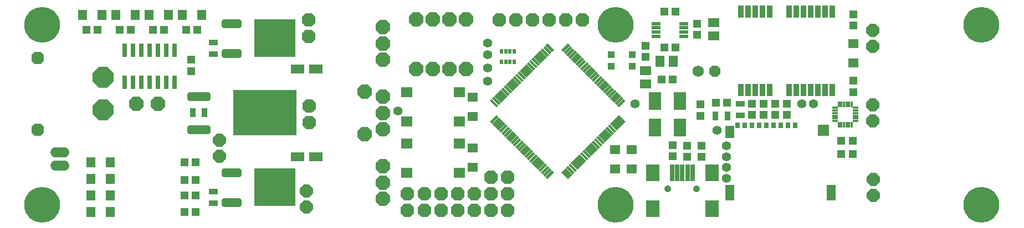
<source format=gbr>
G04 EAGLE Gerber RS-274X export*
G75*
%MOMM*%
%FSLAX34Y34*%
%LPD*%
%INSoldermask Top*%
%IPPOS*%
%AMOC8*
5,1,8,0,0,1.08239X$1,22.5*%
G01*
%ADD10P,2.226909X8X22.500000*%
%ADD11R,1.752400X1.552400*%
%ADD12P,2.364373X8X112.500000*%
%ADD13P,2.364373X8X202.500000*%
%ADD14R,2.152400X1.352400*%
%ADD15R,1.232400X1.202400*%
%ADD16R,1.752400X1.452400*%
%ADD17R,1.452400X1.752400*%
%ADD18R,1.202400X1.232400*%
%ADD19C,0.768544*%
%ADD20R,6.252400X5.782400*%
%ADD21R,1.352400X1.552400*%
%ADD22R,1.552400X1.352400*%
%ADD23R,1.052400X1.102400*%
%ADD24P,2.226909X8X202.500000*%
%ADD25P,2.226909X8X112.500000*%
%ADD26C,5.486400*%
%ADD27P,2.226909X8X292.500000*%
%ADD28P,2.199416X8X292.500000*%
%ADD29P,2.364373X8X292.500000*%
%ADD30P,3.464081X8X202.500000*%
%ADD31P,3.464081X8X112.500000*%
%ADD32P,2.089446X8X112.500000*%
%ADD33C,1.549400*%
%ADD34R,1.930400X2.692400*%
%ADD35R,1.152400X1.252400*%
%ADD36R,1.252400X1.152400*%
%ADD37C,1.422400*%
%ADD38R,1.422400X0.444500*%
%ADD39R,0.652400X0.902400*%
%ADD40R,1.352400X1.952400*%
%ADD41R,1.352400X2.352400*%
%ADD42R,1.752400X1.652400*%
%ADD43R,0.710400X2.122400*%
%ADD44R,1.454900X0.584200*%
%ADD45R,0.652400X2.652400*%
%ADD46R,2.152400X2.652400*%
%ADD47C,1.052400*%
%ADD48R,1.352400X0.952400*%
%ADD49R,0.952400X1.352400*%
%ADD50P,1.896997X8X22.500000*%
%ADD51C,1.752600*%
%ADD52P,2.199416X8X112.500000*%
%ADD53C,0.768094*%
%ADD54R,9.752400X6.952400*%
%ADD55R,0.350519X0.812800*%
%ADD56R,0.812800X0.350519*%
%ADD57R,0.502400X0.652400*%
%ADD58R,0.952400X1.952400*%


D10*
X445770Y187960D03*
X445770Y162560D03*
X444805Y320294D03*
X444805Y294894D03*
X723900Y78740D03*
X723900Y53340D03*
X723900Y27940D03*
D11*
X595000Y130450D03*
X595000Y85450D03*
X675000Y85450D03*
X675000Y130450D03*
D12*
X530860Y145300D03*
X530860Y210300D03*
D13*
X181610Y191770D03*
X214630Y191770D03*
D14*
X455960Y110490D03*
X427960Y110490D03*
D15*
X265430Y258940D03*
X265430Y241440D03*
X1043940Y190360D03*
X1043940Y172860D03*
D16*
X960120Y242410D03*
X960120Y222410D03*
D17*
X1001870Y256540D03*
X981870Y256540D03*
D16*
X1064260Y296070D03*
X1064260Y316070D03*
D18*
X988200Y332740D03*
X1005700Y332740D03*
X1084440Y193040D03*
X1066940Y193040D03*
D14*
X455960Y245110D03*
X427960Y245110D03*
D19*
X337970Y83380D02*
X315830Y83380D01*
X315830Y89420D01*
X337970Y89420D01*
X337970Y83380D01*
X337970Y37580D02*
X315830Y37580D01*
X315830Y43620D01*
X337970Y43620D01*
X337970Y37580D01*
D20*
X393400Y63500D03*
D21*
X142000Y25400D03*
X112000Y25400D03*
X150100Y327660D03*
X180100Y327660D03*
D22*
X938530Y91680D03*
X938530Y121680D03*
D21*
X200900Y327660D03*
X230900Y327660D03*
X251700Y327660D03*
X281700Y327660D03*
D23*
X939040Y266700D03*
X907540Y266700D03*
D21*
X142000Y76200D03*
X112000Y76200D03*
X142000Y50800D03*
X112000Y50800D03*
D22*
X913130Y91680D03*
X913130Y121680D03*
X695960Y94220D03*
X695960Y124220D03*
X695960Y171690D03*
X695960Y201690D03*
D21*
X99300Y327660D03*
X129300Y327660D03*
D24*
X595630Y27940D03*
X595630Y53340D03*
D25*
X622300Y53340D03*
X647700Y53340D03*
X673100Y53340D03*
X698500Y53340D03*
D26*
X1473200Y312420D03*
X1473200Y36830D03*
X38100Y36830D03*
D27*
X647700Y27940D03*
X622300Y27940D03*
D28*
X308610Y135890D03*
X308610Y110890D03*
D29*
X685800Y321310D03*
X685800Y245110D03*
X660400Y321310D03*
X660400Y245110D03*
X635000Y321310D03*
X635000Y245110D03*
X609600Y321310D03*
X609600Y245110D03*
D30*
X130810Y182010D03*
D31*
X130810Y232010D03*
D32*
X30810Y152010D03*
X30810Y262010D03*
D33*
X57785Y116840D02*
X71755Y116840D01*
X71755Y96840D02*
X57785Y96840D01*
D34*
X1012190Y195580D03*
X1012190Y154940D03*
X974090Y195580D03*
X974090Y154940D03*
D35*
X255660Y50800D03*
X272660Y50800D03*
X105800Y304800D03*
X122800Y304800D03*
D36*
X1000862Y110880D03*
X1000862Y127880D03*
X1023163Y110474D03*
X1023163Y127474D03*
D35*
X255660Y25400D03*
X272660Y25400D03*
X156600Y304800D03*
X173600Y304800D03*
X207400Y304800D03*
X224400Y304800D03*
X258200Y304800D03*
X275200Y304800D03*
D36*
X1158240Y174380D03*
X1158240Y191380D03*
X1140460Y174380D03*
X1140460Y191380D03*
X1122680Y174380D03*
X1122680Y191380D03*
X1176020Y174380D03*
X1176020Y191380D03*
D35*
X1001640Y228600D03*
X984640Y228600D03*
X1005450Y278130D03*
X988450Y278130D03*
D36*
X1038860Y314570D03*
X1038860Y297570D03*
X1045362Y109915D03*
X1045362Y126915D03*
X960120Y263280D03*
X960120Y280280D03*
D35*
X255660Y74930D03*
X272660Y74930D03*
D11*
X595000Y209190D03*
X595000Y164190D03*
X675000Y164190D03*
X675000Y209190D03*
D10*
X749300Y78740D03*
X749300Y53340D03*
X749300Y27940D03*
D12*
X558800Y259080D03*
X558800Y284081D03*
X558800Y309082D03*
X558800Y152400D03*
X558800Y177401D03*
X558800Y202402D03*
D25*
X736600Y320040D03*
X762000Y320040D03*
X787400Y320040D03*
X812800Y320040D03*
X838200Y320040D03*
X863600Y320040D03*
D37*
X718820Y284480D03*
X718820Y246380D03*
X1216660Y191770D03*
X1083310Y77470D03*
X1198880Y191770D03*
X1083310Y93980D03*
X1083310Y110490D03*
X1083310Y127000D03*
X1069340Y151130D03*
X943610Y191770D03*
D38*
G36*
X734873Y171423D02*
X724816Y161366D01*
X721673Y164509D01*
X731730Y174566D01*
X734873Y171423D01*
G37*
G36*
X738408Y167887D02*
X728351Y157830D01*
X725208Y160973D01*
X735265Y171030D01*
X738408Y167887D01*
G37*
G36*
X741944Y164352D02*
X731887Y154295D01*
X728744Y157438D01*
X738801Y167495D01*
X741944Y164352D01*
G37*
G36*
X745479Y160816D02*
X735422Y150759D01*
X732279Y153902D01*
X742336Y163959D01*
X745479Y160816D01*
G37*
G36*
X749015Y157280D02*
X738958Y147223D01*
X735815Y150366D01*
X745872Y160423D01*
X749015Y157280D01*
G37*
G36*
X752550Y153745D02*
X742493Y143688D01*
X739350Y146831D01*
X749407Y156888D01*
X752550Y153745D01*
G37*
G36*
X756086Y150209D02*
X746029Y140152D01*
X742886Y143295D01*
X752943Y153352D01*
X756086Y150209D01*
G37*
G36*
X759622Y146674D02*
X749565Y136617D01*
X746422Y139760D01*
X756479Y149817D01*
X759622Y146674D01*
G37*
G36*
X763157Y143138D02*
X753100Y133081D01*
X749957Y136224D01*
X760014Y146281D01*
X763157Y143138D01*
G37*
G36*
X766693Y139603D02*
X756636Y129546D01*
X753493Y132689D01*
X763550Y142746D01*
X766693Y139603D01*
G37*
G36*
X770228Y136067D02*
X760171Y126010D01*
X757028Y129153D01*
X767085Y139210D01*
X770228Y136067D01*
G37*
G36*
X773764Y132532D02*
X763707Y122475D01*
X760564Y125618D01*
X770621Y135675D01*
X773764Y132532D01*
G37*
G36*
X777299Y128996D02*
X767242Y118939D01*
X764099Y122082D01*
X774156Y132139D01*
X777299Y128996D01*
G37*
G36*
X780835Y125461D02*
X770778Y115404D01*
X767635Y118547D01*
X777692Y128604D01*
X780835Y125461D01*
G37*
G36*
X784370Y121925D02*
X774313Y111868D01*
X771170Y115011D01*
X781227Y125068D01*
X784370Y121925D01*
G37*
G36*
X787906Y118390D02*
X777849Y108333D01*
X774706Y111476D01*
X784763Y121533D01*
X787906Y118390D01*
G37*
G36*
X791441Y114854D02*
X781384Y104797D01*
X778241Y107940D01*
X788298Y117997D01*
X791441Y114854D01*
G37*
G36*
X794977Y111319D02*
X784920Y101262D01*
X781777Y104405D01*
X791834Y114462D01*
X794977Y111319D01*
G37*
G36*
X798512Y107783D02*
X788455Y97726D01*
X785312Y100869D01*
X795369Y110926D01*
X798512Y107783D01*
G37*
G36*
X802048Y104247D02*
X791991Y94190D01*
X788848Y97333D01*
X798905Y107390D01*
X802048Y104247D01*
G37*
G36*
X805583Y100712D02*
X795526Y90655D01*
X792383Y93798D01*
X802440Y103855D01*
X805583Y100712D01*
G37*
G36*
X809119Y97176D02*
X799062Y87119D01*
X795919Y90262D01*
X805976Y100319D01*
X809119Y97176D01*
G37*
G36*
X812655Y93641D02*
X802598Y83584D01*
X799455Y86727D01*
X809512Y96784D01*
X812655Y93641D01*
G37*
G36*
X816190Y90105D02*
X806133Y80048D01*
X802990Y83191D01*
X813047Y93248D01*
X816190Y90105D01*
G37*
G36*
X819726Y86570D02*
X809669Y76513D01*
X806526Y79656D01*
X816583Y89713D01*
X819726Y86570D01*
G37*
G36*
X834417Y89713D02*
X844474Y79656D01*
X841331Y76513D01*
X831274Y86570D01*
X834417Y89713D01*
G37*
G36*
X837953Y93248D02*
X848010Y83191D01*
X844867Y80048D01*
X834810Y90105D01*
X837953Y93248D01*
G37*
G36*
X841488Y96784D02*
X851545Y86727D01*
X848402Y83584D01*
X838345Y93641D01*
X841488Y96784D01*
G37*
G36*
X845024Y100319D02*
X855081Y90262D01*
X851938Y87119D01*
X841881Y97176D01*
X845024Y100319D01*
G37*
G36*
X848560Y103855D02*
X858617Y93798D01*
X855474Y90655D01*
X845417Y100712D01*
X848560Y103855D01*
G37*
G36*
X852095Y107390D02*
X862152Y97333D01*
X859009Y94190D01*
X848952Y104247D01*
X852095Y107390D01*
G37*
G36*
X855631Y110926D02*
X865688Y100869D01*
X862545Y97726D01*
X852488Y107783D01*
X855631Y110926D01*
G37*
G36*
X859166Y114462D02*
X869223Y104405D01*
X866080Y101262D01*
X856023Y111319D01*
X859166Y114462D01*
G37*
G36*
X862702Y117997D02*
X872759Y107940D01*
X869616Y104797D01*
X859559Y114854D01*
X862702Y117997D01*
G37*
G36*
X866237Y121533D02*
X876294Y111476D01*
X873151Y108333D01*
X863094Y118390D01*
X866237Y121533D01*
G37*
G36*
X869773Y125068D02*
X879830Y115011D01*
X876687Y111868D01*
X866630Y121925D01*
X869773Y125068D01*
G37*
G36*
X873308Y128604D02*
X883365Y118547D01*
X880222Y115404D01*
X870165Y125461D01*
X873308Y128604D01*
G37*
G36*
X876844Y132139D02*
X886901Y122082D01*
X883758Y118939D01*
X873701Y128996D01*
X876844Y132139D01*
G37*
G36*
X880379Y135675D02*
X890436Y125618D01*
X887293Y122475D01*
X877236Y132532D01*
X880379Y135675D01*
G37*
G36*
X883915Y139210D02*
X893972Y129153D01*
X890829Y126010D01*
X880772Y136067D01*
X883915Y139210D01*
G37*
G36*
X887450Y142746D02*
X897507Y132689D01*
X894364Y129546D01*
X884307Y139603D01*
X887450Y142746D01*
G37*
G36*
X890986Y146281D02*
X901043Y136224D01*
X897900Y133081D01*
X887843Y143138D01*
X890986Y146281D01*
G37*
G36*
X894521Y149817D02*
X904578Y139760D01*
X901435Y136617D01*
X891378Y146674D01*
X894521Y149817D01*
G37*
G36*
X898057Y153352D02*
X908114Y143295D01*
X904971Y140152D01*
X894914Y150209D01*
X898057Y153352D01*
G37*
G36*
X901593Y156888D02*
X911650Y146831D01*
X908507Y143688D01*
X898450Y153745D01*
X901593Y156888D01*
G37*
G36*
X905128Y160423D02*
X915185Y150366D01*
X912042Y147223D01*
X901985Y157280D01*
X905128Y160423D01*
G37*
G36*
X908664Y163959D02*
X918721Y153902D01*
X915578Y150759D01*
X905521Y160816D01*
X908664Y163959D01*
G37*
G36*
X912199Y167495D02*
X922256Y157438D01*
X919113Y154295D01*
X909056Y164352D01*
X912199Y167495D01*
G37*
G36*
X915735Y171030D02*
X925792Y160973D01*
X922649Y157830D01*
X912592Y167887D01*
X915735Y171030D01*
G37*
G36*
X919270Y174566D02*
X929327Y164509D01*
X926184Y161366D01*
X916127Y171423D01*
X919270Y174566D01*
G37*
G36*
X916127Y189257D02*
X926184Y199314D01*
X929327Y196171D01*
X919270Y186114D01*
X916127Y189257D01*
G37*
G36*
X912592Y192793D02*
X922649Y202850D01*
X925792Y199707D01*
X915735Y189650D01*
X912592Y192793D01*
G37*
G36*
X909056Y196328D02*
X919113Y206385D01*
X922256Y203242D01*
X912199Y193185D01*
X909056Y196328D01*
G37*
G36*
X905521Y199864D02*
X915578Y209921D01*
X918721Y206778D01*
X908664Y196721D01*
X905521Y199864D01*
G37*
G36*
X901985Y203400D02*
X912042Y213457D01*
X915185Y210314D01*
X905128Y200257D01*
X901985Y203400D01*
G37*
G36*
X898450Y206935D02*
X908507Y216992D01*
X911650Y213849D01*
X901593Y203792D01*
X898450Y206935D01*
G37*
G36*
X894914Y210471D02*
X904971Y220528D01*
X908114Y217385D01*
X898057Y207328D01*
X894914Y210471D01*
G37*
G36*
X891378Y214006D02*
X901435Y224063D01*
X904578Y220920D01*
X894521Y210863D01*
X891378Y214006D01*
G37*
G36*
X887843Y217542D02*
X897900Y227599D01*
X901043Y224456D01*
X890986Y214399D01*
X887843Y217542D01*
G37*
G36*
X884307Y221077D02*
X894364Y231134D01*
X897507Y227991D01*
X887450Y217934D01*
X884307Y221077D01*
G37*
G36*
X880772Y224613D02*
X890829Y234670D01*
X893972Y231527D01*
X883915Y221470D01*
X880772Y224613D01*
G37*
G36*
X877236Y228148D02*
X887293Y238205D01*
X890436Y235062D01*
X880379Y225005D01*
X877236Y228148D01*
G37*
G36*
X873701Y231684D02*
X883758Y241741D01*
X886901Y238598D01*
X876844Y228541D01*
X873701Y231684D01*
G37*
G36*
X870165Y235219D02*
X880222Y245276D01*
X883365Y242133D01*
X873308Y232076D01*
X870165Y235219D01*
G37*
G36*
X866630Y238755D02*
X876687Y248812D01*
X879830Y245669D01*
X869773Y235612D01*
X866630Y238755D01*
G37*
G36*
X863094Y242290D02*
X873151Y252347D01*
X876294Y249204D01*
X866237Y239147D01*
X863094Y242290D01*
G37*
G36*
X859559Y245826D02*
X869616Y255883D01*
X872759Y252740D01*
X862702Y242683D01*
X859559Y245826D01*
G37*
G36*
X856023Y249361D02*
X866080Y259418D01*
X869223Y256275D01*
X859166Y246218D01*
X856023Y249361D01*
G37*
G36*
X852488Y252897D02*
X862545Y262954D01*
X865688Y259811D01*
X855631Y249754D01*
X852488Y252897D01*
G37*
G36*
X848952Y256433D02*
X859009Y266490D01*
X862152Y263347D01*
X852095Y253290D01*
X848952Y256433D01*
G37*
G36*
X845417Y259968D02*
X855474Y270025D01*
X858617Y266882D01*
X848560Y256825D01*
X845417Y259968D01*
G37*
G36*
X841881Y263504D02*
X851938Y273561D01*
X855081Y270418D01*
X845024Y260361D01*
X841881Y263504D01*
G37*
G36*
X838345Y267039D02*
X848402Y277096D01*
X851545Y273953D01*
X841488Y263896D01*
X838345Y267039D01*
G37*
G36*
X834810Y270575D02*
X844867Y280632D01*
X848010Y277489D01*
X837953Y267432D01*
X834810Y270575D01*
G37*
G36*
X831274Y274110D02*
X841331Y284167D01*
X844474Y281024D01*
X834417Y270967D01*
X831274Y274110D01*
G37*
G36*
X816583Y270967D02*
X806526Y281024D01*
X809669Y284167D01*
X819726Y274110D01*
X816583Y270967D01*
G37*
G36*
X813047Y267432D02*
X802990Y277489D01*
X806133Y280632D01*
X816190Y270575D01*
X813047Y267432D01*
G37*
G36*
X809512Y263896D02*
X799455Y273953D01*
X802598Y277096D01*
X812655Y267039D01*
X809512Y263896D01*
G37*
G36*
X805976Y260361D02*
X795919Y270418D01*
X799062Y273561D01*
X809119Y263504D01*
X805976Y260361D01*
G37*
G36*
X802440Y256825D02*
X792383Y266882D01*
X795526Y270025D01*
X805583Y259968D01*
X802440Y256825D01*
G37*
G36*
X798905Y253290D02*
X788848Y263347D01*
X791991Y266490D01*
X802048Y256433D01*
X798905Y253290D01*
G37*
G36*
X795369Y249754D02*
X785312Y259811D01*
X788455Y262954D01*
X798512Y252897D01*
X795369Y249754D01*
G37*
G36*
X791834Y246218D02*
X781777Y256275D01*
X784920Y259418D01*
X794977Y249361D01*
X791834Y246218D01*
G37*
G36*
X788298Y242683D02*
X778241Y252740D01*
X781384Y255883D01*
X791441Y245826D01*
X788298Y242683D01*
G37*
G36*
X784763Y239147D02*
X774706Y249204D01*
X777849Y252347D01*
X787906Y242290D01*
X784763Y239147D01*
G37*
G36*
X781227Y235612D02*
X771170Y245669D01*
X774313Y248812D01*
X784370Y238755D01*
X781227Y235612D01*
G37*
G36*
X777692Y232076D02*
X767635Y242133D01*
X770778Y245276D01*
X780835Y235219D01*
X777692Y232076D01*
G37*
G36*
X774156Y228541D02*
X764099Y238598D01*
X767242Y241741D01*
X777299Y231684D01*
X774156Y228541D01*
G37*
G36*
X770621Y225005D02*
X760564Y235062D01*
X763707Y238205D01*
X773764Y228148D01*
X770621Y225005D01*
G37*
G36*
X767085Y221470D02*
X757028Y231527D01*
X760171Y234670D01*
X770228Y224613D01*
X767085Y221470D01*
G37*
G36*
X763550Y217934D02*
X753493Y227991D01*
X756636Y231134D01*
X766693Y221077D01*
X763550Y217934D01*
G37*
G36*
X760014Y214399D02*
X749957Y224456D01*
X753100Y227599D01*
X763157Y217542D01*
X760014Y214399D01*
G37*
G36*
X756479Y210863D02*
X746422Y220920D01*
X749565Y224063D01*
X759622Y214006D01*
X756479Y210863D01*
G37*
G36*
X752943Y207328D02*
X742886Y217385D01*
X746029Y220528D01*
X756086Y210471D01*
X752943Y207328D01*
G37*
G36*
X749407Y203792D02*
X739350Y213849D01*
X742493Y216992D01*
X752550Y206935D01*
X749407Y203792D01*
G37*
G36*
X745872Y200257D02*
X735815Y210314D01*
X738958Y213457D01*
X749015Y203400D01*
X745872Y200257D01*
G37*
G36*
X742336Y196721D02*
X732279Y206778D01*
X735422Y209921D01*
X745479Y199864D01*
X742336Y196721D01*
G37*
G36*
X738801Y193185D02*
X728744Y203242D01*
X731887Y206385D01*
X741944Y196328D01*
X738801Y193185D01*
G37*
G36*
X735265Y189650D02*
X725208Y199707D01*
X728351Y202850D01*
X738408Y192793D01*
X735265Y189650D01*
G37*
G36*
X731730Y186114D02*
X721673Y196171D01*
X724816Y199314D01*
X734873Y189257D01*
X731730Y186114D01*
G37*
D39*
X1100450Y158460D03*
X1111450Y158460D03*
X1122450Y158460D03*
X1133450Y158460D03*
X1144450Y158460D03*
X1155450Y158460D03*
X1166450Y158460D03*
X1177450Y158460D03*
X1188450Y158460D03*
D40*
X1088450Y148210D03*
D41*
X1088450Y55210D03*
D42*
X1231700Y150710D03*
D41*
X1243450Y55210D03*
D43*
X163830Y224282D03*
X176530Y224282D03*
X189230Y224282D03*
X201930Y224282D03*
X214630Y224282D03*
X227330Y224282D03*
X240030Y224282D03*
X240030Y273558D03*
X227330Y273558D03*
X214630Y273558D03*
X201930Y273558D03*
X189230Y273558D03*
X176530Y273558D03*
X163830Y273558D03*
D44*
X975452Y314550D03*
X975452Y308050D03*
X975452Y301550D03*
X975452Y295050D03*
X1018448Y295050D03*
X1018448Y301550D03*
X1018448Y308050D03*
X1018448Y314550D03*
D27*
X698500Y27940D03*
X673100Y27940D03*
D45*
X1016000Y85960D03*
X1008000Y85960D03*
X1032000Y85960D03*
X1024000Y85960D03*
D46*
X1061000Y30960D03*
X971000Y30960D03*
X1061000Y85960D03*
X971000Y85960D03*
D45*
X1000000Y85960D03*
D47*
X994000Y60960D03*
X1038000Y60960D03*
D48*
X299720Y267860D03*
X299720Y285860D03*
X299720Y39260D03*
X299720Y57260D03*
D49*
X285860Y177800D03*
X267860Y177800D03*
X1084690Y172720D03*
X1066690Y172720D03*
D50*
X1065530Y241300D03*
D51*
X1040130Y241300D03*
D26*
X914400Y312420D03*
X914400Y36830D03*
D52*
X1306830Y279400D03*
X1306830Y304400D03*
D48*
X1104900Y191880D03*
X1104900Y173880D03*
D23*
X907540Y248920D03*
X939040Y248920D03*
D19*
X337970Y311980D02*
X315830Y311980D01*
X315830Y318020D01*
X337970Y318020D01*
X337970Y311980D01*
X337970Y266180D02*
X315830Y266180D01*
X315830Y272220D01*
X337970Y272220D01*
X337970Y266180D01*
D20*
X393400Y292100D03*
D53*
X262833Y206218D02*
X262833Y200182D01*
X262833Y206218D02*
X290967Y206218D01*
X290967Y200182D01*
X262833Y200182D01*
X262833Y155418D02*
X262833Y149382D01*
X262833Y155418D02*
X290967Y155418D01*
X290967Y149382D01*
X262833Y149382D01*
D54*
X377900Y177800D03*
D12*
X558800Y45720D03*
X558800Y70721D03*
X558800Y95722D03*
D37*
X581660Y180340D03*
D35*
X255660Y101600D03*
X272660Y101600D03*
D21*
X142000Y101600D03*
X112000Y101600D03*
D52*
X441960Y33020D03*
X441960Y58020D03*
X1306830Y165100D03*
X1306830Y190100D03*
X1308100Y50800D03*
X1308100Y75800D03*
D18*
X1258710Y134620D03*
X1276210Y134620D03*
D55*
X1254920Y159512D03*
X1258920Y159512D03*
X1262920Y159512D03*
X1266920Y159512D03*
X1270920Y159512D03*
X1274920Y159512D03*
D56*
X1280668Y165260D03*
X1280668Y169260D03*
X1280668Y173260D03*
X1280668Y177260D03*
X1280668Y181260D03*
X1280668Y185260D03*
D55*
X1274920Y191008D03*
X1270920Y191008D03*
X1266920Y191008D03*
X1262920Y191008D03*
X1258920Y191008D03*
X1254920Y191008D03*
D56*
X1249172Y185260D03*
X1249172Y181260D03*
X1249172Y177260D03*
X1249172Y173260D03*
X1249172Y169260D03*
X1249172Y165260D03*
D18*
X1258710Y114300D03*
X1276210Y114300D03*
D15*
X1277620Y227190D03*
X1277620Y209690D03*
D57*
X752550Y256160D03*
X752550Y272160D03*
X746050Y256160D03*
X746050Y272160D03*
X759050Y272160D03*
X759050Y256160D03*
X739550Y256160D03*
X739550Y272160D03*
D37*
X718820Y226060D03*
X718820Y266700D03*
D58*
X1105067Y212986D03*
X1116067Y212986D03*
X1127067Y212986D03*
X1138067Y212986D03*
X1149067Y212986D03*
X1179067Y212986D03*
X1190067Y212986D03*
X1201067Y212986D03*
X1212067Y212986D03*
X1223067Y212986D03*
X1234067Y212986D03*
X1245067Y212986D03*
X1105067Y332986D03*
X1116067Y332986D03*
X1127067Y332986D03*
X1138067Y332986D03*
X1149067Y332986D03*
X1179067Y332986D03*
X1190067Y332986D03*
X1201067Y332986D03*
X1212067Y332986D03*
X1223067Y332986D03*
X1234067Y332986D03*
X1245067Y332986D03*
D36*
X1277620Y311540D03*
X1277620Y328540D03*
D22*
X1277620Y284240D03*
X1277620Y254240D03*
D26*
X38100Y312420D03*
M02*

</source>
